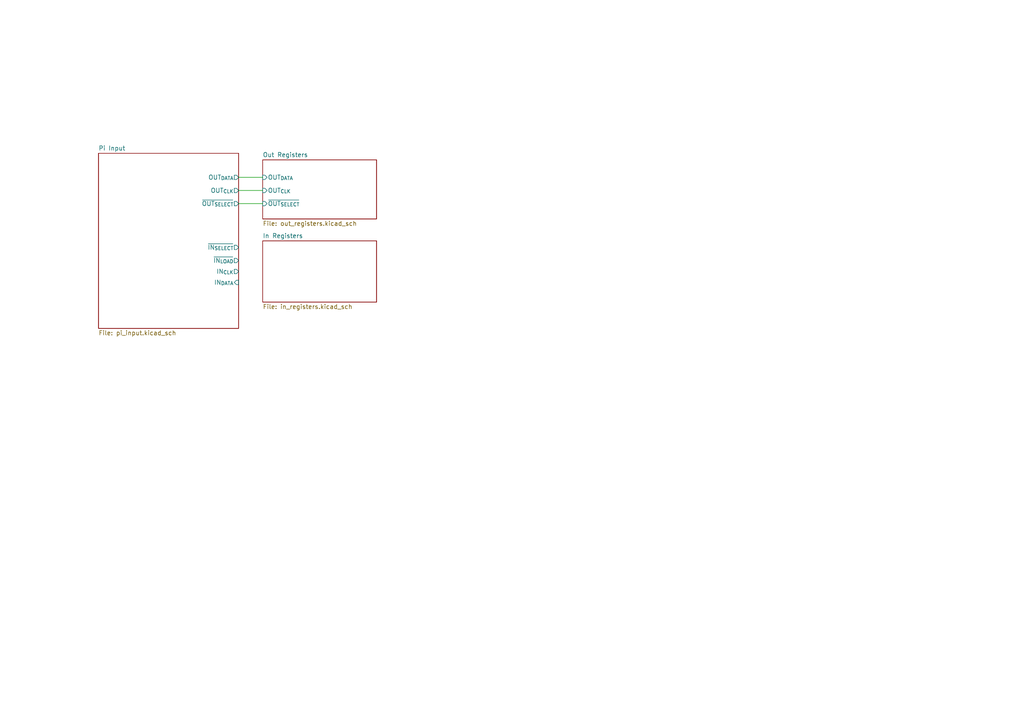
<source format=kicad_sch>
(kicad_sch (version 20211123) (generator eeschema)
  (paper "A4")
  (lib_symbols)
  (wire (pts (xy 69.215 59.055) (xy 76.2 59.055)))
  (wire (pts (xy 69.215 51.435) (xy 76.2 51.435)))
  (wire (pts (xy 69.215 55.245) (xy 76.2 55.245)))
  (sheet (at 28.575 44.45) (size 40.64 50.8) (stroke (width 0.1524))
    (property "Sheet name" "Pi Input" (at 28.575 43.7384 0) (effects (justify left bottom)))
    (property "Sheet file" "pi_input.kicad_sch" (at 28.575 95.8346 0) (effects (justify left top)))
    (pin "OUT_{DATA}" output (at 69.215 51.435 0))
    (pin "OUT_{CLK}" output (at 69.215 55.245 0))
    (pin "~{OUT_{SELECT}}" output (at 69.215 59.055 0))
    (pin "~{IN_{SELECT}}" output (at 69.215 71.755 0))
    (pin "~{IN_{LOAD}}" output (at 69.215 75.565 0))
    (pin "IN_{CLK}" output (at 69.215 78.74 0))
    (pin "IN_{DATA}" input (at 69.215 81.915 0))
  )
  (sheet (at 76.2 46.355) (size 33.02 17.145) (stroke (width 0.1524))
    (property "Sheet name" "Out Registers" (at 76.2 45.6434 0) (effects (justify left bottom)))
    (property "Sheet file" "out_registers.kicad_sch" (at 76.2 64.0846 0) (effects (justify left top)))
    (pin "~{OUT_{SELECT}}" input (at 76.2 59.055 180))
    (pin "OUT_{DATA}" input (at 76.2 51.435 180))
    (pin "OUT_{CLK}" input (at 76.2 55.245 180))
  )
  (sheet (at 76.2 69.85) (size 33.02 17.78) (stroke (width 0.1524))
    (property "Sheet name" "In Registers" (at 76.2 69.1384 0) (effects (justify left bottom)))
    (property "Sheet file" "in_registers.kicad_sch" (at 76.2 88.2146 0) (effects (justify left top)))
  )
)
</source>
